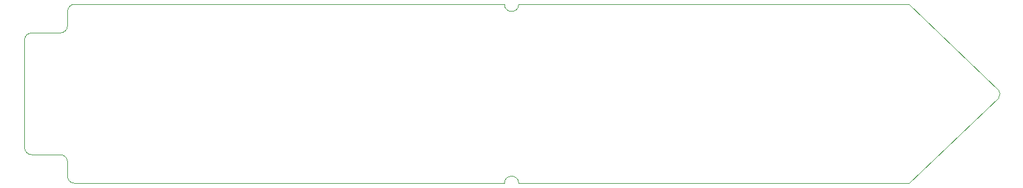
<source format=gm1>
G04 #@! TF.GenerationSoftware,KiCad,Pcbnew,9.0.0*
G04 #@! TF.CreationDate,2025-03-11T16:46:41+02:00*
G04 #@! TF.ProjectId,Plant-health-meter,506c616e-742d-4686-9561-6c74682d6d65,rev?*
G04 #@! TF.SameCoordinates,Original*
G04 #@! TF.FileFunction,Profile,NP*
%FSLAX46Y46*%
G04 Gerber Fmt 4.6, Leading zero omitted, Abs format (unit mm)*
G04 Created by KiCad (PCBNEW 9.0.0) date 2025-03-11 16:46:41*
%MOMM*%
%LPD*%
G01*
G04 APERTURE LIST*
G04 #@! TA.AperFunction,Profile*
%ADD10C,0.050000*%
G04 #@! TD*
G04 APERTURE END LIST*
D10*
X115100000Y-97500000D02*
X92250000Y-97500000D01*
X126500000Y-97500000D02*
X144000000Y-97500000D01*
X126500000Y-97500000D02*
X115100000Y-97500000D01*
X91250000Y-98500000D02*
G75*
G02*
X92250000Y-97500000I1000000J0D01*
G01*
X86250000Y-118500000D02*
G75*
G02*
X85250000Y-117500000I0J1000000D01*
G01*
X92250000Y-122500000D02*
G75*
G02*
X91250000Y-121500000I0J1000000D01*
G01*
X154250000Y-97500000D02*
G75*
G02*
X152250000Y-97500000I-1000000J0D01*
G01*
X90250000Y-118500000D02*
G75*
G02*
X91250000Y-119500000I0J-1000000D01*
G01*
X90250000Y-101500000D02*
X86250000Y-101500000D01*
X91250000Y-98500000D02*
X91250000Y-100500000D01*
X221249999Y-110499999D02*
X208750000Y-122500000D01*
X145000000Y-122500000D02*
X136750000Y-122500000D01*
X208750000Y-97500000D02*
X221249999Y-109500001D01*
X154250000Y-97500000D02*
X208750000Y-97500000D01*
X90250000Y-118500000D02*
X86250000Y-118500000D01*
X152250000Y-122500000D02*
G75*
G02*
X154250000Y-122500000I1000000J0D01*
G01*
X85250000Y-102500000D02*
X85250000Y-117500000D01*
X145500000Y-122500000D02*
X152250000Y-122500000D01*
X154250000Y-122500000D02*
X208750000Y-122500000D01*
X221249999Y-109500001D02*
G75*
G02*
X221249999Y-110499999I-499999J-499999D01*
G01*
X85250000Y-102500000D02*
G75*
G02*
X86250000Y-101500000I1000000J0D01*
G01*
X152250000Y-97500000D02*
X144000000Y-97500000D01*
X91250000Y-121500000D02*
X91250000Y-119500000D01*
X91250000Y-100500000D02*
G75*
G02*
X90250000Y-101500000I-1000000J0D01*
G01*
X145500000Y-122500000D02*
X145000000Y-122500000D01*
X92250000Y-122500000D02*
X136750000Y-122500000D01*
M02*

</source>
